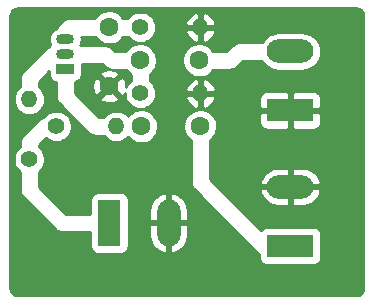
<source format=gbr>
G04 #@! TF.FileFunction,Copper,L1,Top,Signal*
%FSLAX46Y46*%
G04 Gerber Fmt 4.6, Leading zero omitted, Abs format (unit mm)*
G04 Created by KiCad (PCBNEW 4.0.6) date 06/15/17 23:10:10*
%MOMM*%
%LPD*%
G01*
G04 APERTURE LIST*
%ADD10C,0.100000*%
%ADD11C,1.600000*%
%ADD12R,1.980000X3.960000*%
%ADD13O,1.980000X3.960000*%
%ADD14R,3.960000X1.980000*%
%ADD15O,3.960000X1.980000*%
%ADD16O,1.500000X0.900000*%
%ADD17R,1.500000X0.900000*%
%ADD18C,1.400000*%
%ADD19O,1.400000X1.400000*%
%ADD20C,0.254000*%
G04 APERTURE END LIST*
D10*
D11*
X176000400Y-88138000D03*
X181000400Y-88138000D03*
X181102000Y-93726000D03*
X176102000Y-93726000D03*
X173380400Y-90344000D03*
X173380400Y-85344000D03*
D12*
X173409600Y-101904800D03*
D13*
X178409600Y-101904800D03*
D14*
X188722000Y-92376000D03*
D15*
X188722000Y-87376000D03*
D14*
X188722000Y-103856800D03*
D15*
X188722000Y-98856800D03*
D16*
X169672000Y-87630000D03*
X169672000Y-86360000D03*
D17*
X169672000Y-88900000D03*
D18*
X166624000Y-96520000D03*
D19*
X166624000Y-91440000D03*
D18*
X168910000Y-93726000D03*
D19*
X173990000Y-93726000D03*
D18*
X176022000Y-90932000D03*
D19*
X181102000Y-90932000D03*
D18*
X176022000Y-85344000D03*
D19*
X181102000Y-85344000D03*
D10*
X188722000Y-99568000D02*
X188722000Y-98478000D01*
D20*
X165635331Y-83743000D02*
X194276496Y-83743000D01*
X165172316Y-83946200D02*
X173049417Y-83946200D01*
X173707691Y-83946200D02*
X194745516Y-83946200D01*
X165057172Y-84149400D02*
X172585127Y-84149400D01*
X174175641Y-84149400D02*
X175414848Y-84149400D01*
X176625327Y-84149400D02*
X180509322Y-84149400D01*
X180933912Y-84149400D02*
X181270089Y-84149400D01*
X181694679Y-84149400D02*
X194860756Y-84149400D01*
X165023873Y-84352600D02*
X172341711Y-84352600D01*
X174418333Y-84352600D02*
X175126244Y-84352600D01*
X176918997Y-84352600D02*
X180217342Y-84352600D01*
X180975000Y-84352600D02*
X181229000Y-84352600D01*
X181986659Y-84352600D02*
X194894712Y-84352600D01*
X165023000Y-84555800D02*
X172180864Y-84555800D01*
X174579647Y-84555800D02*
X174943665Y-84555800D01*
X177101182Y-84555800D02*
X180032476Y-84555800D01*
X180975000Y-84555800D02*
X181229000Y-84555800D01*
X182171525Y-84555800D02*
X194895000Y-84555800D01*
X165023000Y-84759000D02*
X169418568Y-84759000D01*
X177224894Y-84759000D02*
X179908825Y-84759000D01*
X180975000Y-84759000D02*
X181229000Y-84759000D01*
X182295176Y-84759000D02*
X194895000Y-84759000D01*
X165023000Y-84962200D02*
X169209642Y-84962200D01*
X177307379Y-84962200D02*
X179823985Y-84962200D01*
X180975000Y-84962200D02*
X181229000Y-84962200D01*
X182380016Y-84962200D02*
X194895000Y-84962200D01*
X165023000Y-85165400D02*
X169025210Y-85165400D01*
X177347613Y-85165400D02*
X179901779Y-85165400D01*
X180975000Y-85165400D02*
X181229000Y-85165400D01*
X182302220Y-85165400D02*
X194895000Y-85165400D01*
X165023000Y-85368600D02*
X168928854Y-85368600D01*
X177354885Y-85368600D02*
X194895000Y-85368600D01*
X165023000Y-85571800D02*
X168623229Y-85571800D01*
X177339323Y-85571800D02*
X179872369Y-85571800D01*
X180975000Y-85571800D02*
X181229000Y-85571800D01*
X182331632Y-85571800D02*
X194895000Y-85571800D01*
X165023000Y-85775000D02*
X168454047Y-85775000D01*
X177291507Y-85775000D02*
X179838906Y-85775000D01*
X180975000Y-85775000D02*
X181229000Y-85775000D01*
X182365093Y-85775000D02*
X187474577Y-85775000D01*
X189959897Y-85775000D02*
X194895000Y-85775000D01*
X165023000Y-85978200D02*
X168353112Y-85978200D01*
X177201037Y-85978200D02*
X179931679Y-85978200D01*
X180975000Y-85978200D02*
X181229000Y-85978200D01*
X182272320Y-85978200D02*
X186903409Y-85978200D01*
X190539059Y-85978200D02*
X194895000Y-85978200D01*
X165023000Y-86181400D02*
X168298301Y-86181400D01*
X171046732Y-86181400D02*
X172212812Y-86181400D01*
X174545868Y-86181400D02*
X174974720Y-86181400D01*
X177065086Y-86181400D02*
X180068440Y-86181400D01*
X180975000Y-86181400D02*
X181229000Y-86181400D01*
X182135559Y-86181400D02*
X186625259Y-86181400D01*
X190816970Y-86181400D02*
X194895000Y-86181400D01*
X165023000Y-86384600D02*
X168283253Y-86384600D01*
X171061885Y-86384600D02*
X172390325Y-86384600D01*
X174368608Y-86384600D02*
X175179951Y-86384600D01*
X176865194Y-86384600D02*
X180270876Y-86384600D01*
X180975000Y-86384600D02*
X181229000Y-86384600D01*
X181933123Y-86384600D02*
X186440587Y-86384600D01*
X191002699Y-86384600D02*
X194895000Y-86384600D01*
X165023000Y-86587800D02*
X168306725Y-86587800D01*
X171038559Y-86587800D02*
X172655489Y-86587800D01*
X174098703Y-86587800D02*
X175534213Y-86587800D01*
X176507122Y-86587800D02*
X180634867Y-86587800D01*
X180851056Y-86587800D02*
X181352943Y-86587800D01*
X181569132Y-86587800D02*
X186307014Y-86587800D01*
X191137506Y-86587800D02*
X194895000Y-86587800D01*
X165023000Y-86791000D02*
X168372140Y-86791000D01*
X170973220Y-86791000D02*
X175503494Y-86791000D01*
X176499249Y-86791000D02*
X180503494Y-86791000D01*
X181499249Y-86791000D02*
X183884568Y-86791000D01*
X191238313Y-86791000D02*
X194895000Y-86791000D01*
X165023000Y-86994200D02*
X168165465Y-86994200D01*
X173533298Y-86994200D02*
X175127496Y-86994200D01*
X176870955Y-86994200D02*
X180127496Y-86994200D01*
X181870955Y-86994200D02*
X183675642Y-86994200D01*
X191298118Y-86994200D02*
X194895000Y-86994200D01*
X165023000Y-87197400D02*
X167944442Y-87197400D01*
X173753158Y-87197400D02*
X174909836Y-87197400D01*
X177088780Y-87197400D02*
X179909836Y-87197400D01*
X182088780Y-87197400D02*
X183472442Y-87197400D01*
X191332328Y-87197400D02*
X194895000Y-87197400D01*
X165023000Y-87400600D02*
X167741242Y-87400600D01*
X177233398Y-87400600D02*
X179766080Y-87400600D01*
X191348219Y-87400600D02*
X194895000Y-87400600D01*
X165023000Y-87603800D02*
X167538042Y-87603800D01*
X177332398Y-87603800D02*
X179668042Y-87603800D01*
X191326863Y-87603800D02*
X194895000Y-87603800D01*
X165023000Y-87807000D02*
X167334842Y-87807000D01*
X177397783Y-87807000D02*
X179603635Y-87807000D01*
X191284192Y-87807000D02*
X194895000Y-87807000D01*
X165023000Y-88010200D02*
X167131642Y-88010200D01*
X177435280Y-88010200D02*
X179566984Y-88010200D01*
X191220254Y-88010200D02*
X194895000Y-88010200D01*
X165023000Y-88213400D02*
X166928442Y-88213400D01*
X177432443Y-88213400D02*
X179564146Y-88213400D01*
X184676758Y-88213400D02*
X186332216Y-88213400D01*
X191110384Y-88213400D02*
X194895000Y-88213400D01*
X165023000Y-88416600D02*
X166725242Y-88416600D01*
X171057409Y-88416600D02*
X172752042Y-88416600D01*
X177408735Y-88416600D02*
X179592501Y-88416600D01*
X184473558Y-88416600D02*
X186480859Y-88416600D01*
X190962712Y-88416600D02*
X194895000Y-88416600D01*
X165023000Y-88619800D02*
X166522042Y-88619800D01*
X171060072Y-88619800D02*
X172955242Y-88619800D01*
X177356758Y-88619800D02*
X179647710Y-88619800D01*
X184270358Y-88619800D02*
X186685664Y-88619800D01*
X190758415Y-88619800D02*
X194895000Y-88619800D01*
X165023000Y-88823000D02*
X166318842Y-88823000D01*
X171060072Y-88823000D02*
X173207849Y-88823000D01*
X177266288Y-88823000D02*
X179734597Y-88823000D01*
X184018141Y-88823000D02*
X186994435Y-88823000D01*
X190448060Y-88823000D02*
X194895000Y-88823000D01*
X165023000Y-89026200D02*
X166115642Y-89026200D01*
X171060072Y-89026200D02*
X172803807Y-89026200D01*
X173950457Y-89026200D02*
X174865551Y-89026200D01*
X177130033Y-89026200D02*
X179865551Y-89026200D01*
X182130033Y-89026200D02*
X194895000Y-89026200D01*
X165023000Y-89229400D02*
X165951253Y-89229400D01*
X168132758Y-89229400D02*
X168283928Y-89229400D01*
X171060072Y-89229400D02*
X172603070Y-89229400D01*
X174157731Y-89229400D02*
X175059382Y-89229400D01*
X176935263Y-89229400D02*
X180059382Y-89229400D01*
X181935263Y-89229400D02*
X194895000Y-89229400D01*
X165023000Y-89432600D02*
X165866365Y-89432600D01*
X167929558Y-89432600D02*
X168290515Y-89432600D01*
X171048333Y-89432600D02*
X172648605Y-89432600D01*
X174112195Y-89432600D02*
X175237000Y-89432600D01*
X176807000Y-89432600D02*
X180379097Y-89432600D01*
X181631095Y-89432600D02*
X194895000Y-89432600D01*
X165023000Y-89635800D02*
X165839000Y-89635800D01*
X167726358Y-89635800D02*
X168353781Y-89635800D01*
X170986110Y-89635800D02*
X172127966Y-89635800D01*
X172492595Y-89635800D02*
X172851805Y-89635800D01*
X173908995Y-89635800D02*
X174268205Y-89635800D01*
X174634878Y-89635800D02*
X175237000Y-89635800D01*
X176807000Y-89635800D02*
X194895000Y-89635800D01*
X165023000Y-89839000D02*
X165839000Y-89839000D01*
X167523158Y-89839000D02*
X168521855Y-89839000D01*
X170828017Y-89839000D02*
X172031818Y-89839000D01*
X172695795Y-89839000D02*
X173055005Y-89839000D01*
X173705795Y-89839000D02*
X174065005Y-89839000D01*
X174723803Y-89839000D02*
X175237000Y-89839000D01*
X176807000Y-89839000D02*
X180342442Y-89839000D01*
X180975000Y-89839000D02*
X181229000Y-89839000D01*
X181861559Y-89839000D02*
X194895000Y-89839000D01*
X165023000Y-90042200D02*
X165839000Y-90042200D01*
X167409000Y-90042200D02*
X168887000Y-90042200D01*
X170457000Y-90042200D02*
X171976656Y-90042200D01*
X172898995Y-90042200D02*
X173258205Y-90042200D01*
X173502595Y-90042200D02*
X173861805Y-90042200D01*
X174786348Y-90042200D02*
X175022493Y-90042200D01*
X177019890Y-90042200D02*
X180106791Y-90042200D01*
X180975000Y-90042200D02*
X181229000Y-90042200D01*
X182097210Y-90042200D02*
X194895000Y-90042200D01*
X165023000Y-90245400D02*
X165839000Y-90245400D01*
X167409000Y-90245400D02*
X168887000Y-90245400D01*
X170457000Y-90245400D02*
X171948520Y-90245400D01*
X173102195Y-90245400D02*
X173658605Y-90245400D01*
X174816456Y-90245400D02*
X174874098Y-90245400D01*
X177168685Y-90245400D02*
X179958208Y-90245400D01*
X180975000Y-90245400D02*
X181229000Y-90245400D01*
X182245793Y-90245400D02*
X194895000Y-90245400D01*
X165023000Y-90448600D02*
X165728655Y-90448600D01*
X167517784Y-90448600D02*
X168887000Y-90448600D01*
X170457000Y-90448600D02*
X171945233Y-90448600D01*
X173096195Y-90448600D02*
X173664605Y-90448600D01*
X177266771Y-90448600D02*
X179861629Y-90448600D01*
X180975000Y-90448600D02*
X181229000Y-90448600D01*
X182342372Y-90448600D02*
X194895000Y-90448600D01*
X165023000Y-90651800D02*
X165545557Y-90651800D01*
X167700911Y-90651800D02*
X168887000Y-90651800D01*
X170457000Y-90651800D02*
X171975341Y-90651800D01*
X172892995Y-90651800D02*
X173252205Y-90651800D01*
X173508595Y-90651800D02*
X173867805Y-90651800D01*
X177327496Y-90651800D02*
X179841044Y-90651800D01*
X180975000Y-90651800D02*
X181229000Y-90651800D01*
X182362955Y-90651800D02*
X194895000Y-90651800D01*
X165023000Y-90855000D02*
X165425887Y-90855000D01*
X167821150Y-90855000D02*
X168887000Y-90855000D01*
X170457000Y-90855000D02*
X172039142Y-90855000D01*
X172689795Y-90855000D02*
X173049005Y-90855000D01*
X173711795Y-90855000D02*
X174071005Y-90855000D01*
X177356304Y-90855000D02*
X186393728Y-90855000D01*
X188540250Y-90855000D02*
X188903750Y-90855000D01*
X191050273Y-90855000D02*
X194895000Y-90855000D01*
X165023000Y-91058200D02*
X165349191Y-91058200D01*
X167898542Y-91058200D02*
X168887000Y-91058200D01*
X170603558Y-91058200D02*
X172129129Y-91058200D01*
X172486595Y-91058200D02*
X172845805Y-91058200D01*
X173914995Y-91058200D02*
X174274205Y-91058200D01*
X174629995Y-91058200D02*
X174687806Y-91058200D01*
X177353466Y-91058200D02*
X186197321Y-91058200D01*
X188595000Y-91058200D02*
X188849000Y-91058200D01*
X191246680Y-91058200D02*
X194895000Y-91058200D01*
X165023000Y-91261400D02*
X165306349Y-91261400D01*
X167942122Y-91261400D02*
X168889412Y-91261400D01*
X170806758Y-91261400D02*
X172642605Y-91261400D01*
X174118195Y-91261400D02*
X174725100Y-91261400D01*
X177316240Y-91261400D02*
X179811633Y-91261400D01*
X180975000Y-91261400D02*
X181229000Y-91261400D01*
X182392368Y-91261400D02*
X186119345Y-91261400D01*
X188595000Y-91261400D02*
X188849000Y-91261400D01*
X191324656Y-91261400D02*
X194895000Y-91261400D01*
X165023000Y-91464600D02*
X165290778Y-91464600D01*
X167958873Y-91464600D02*
X168924624Y-91464600D01*
X171009958Y-91464600D02*
X172604829Y-91464600D01*
X174155970Y-91464600D02*
X174796981Y-91464600D01*
X177246272Y-91464600D02*
X179884483Y-91464600D01*
X180975000Y-91464600D02*
X181229000Y-91464600D01*
X182319516Y-91464600D02*
X186107000Y-91464600D01*
X188595000Y-91464600D02*
X188849000Y-91464600D01*
X191337000Y-91464600D02*
X194895000Y-91464600D01*
X165023000Y-91667800D02*
X165310702Y-91667800D01*
X167936133Y-91667800D02*
X169016343Y-91667800D01*
X171213158Y-91667800D02*
X172823024Y-91667800D01*
X173940215Y-91667800D02*
X174907908Y-91667800D01*
X177136757Y-91667800D02*
X179994172Y-91667800D01*
X180975000Y-91667800D02*
X181229000Y-91667800D01*
X182209827Y-91667800D02*
X186107000Y-91667800D01*
X188595000Y-91667800D02*
X188849000Y-91667800D01*
X191337000Y-91667800D02*
X194895000Y-91667800D01*
X165023000Y-91871000D02*
X165364313Y-91871000D01*
X167883202Y-91871000D02*
X169196042Y-91871000D01*
X171416358Y-91871000D02*
X175072834Y-91871000D01*
X176971885Y-91871000D02*
X180160325Y-91871000D01*
X180975000Y-91871000D02*
X181229000Y-91871000D01*
X182043674Y-91871000D02*
X186107000Y-91871000D01*
X188595000Y-91871000D02*
X188849000Y-91871000D01*
X191337000Y-91871000D02*
X194895000Y-91871000D01*
X165023000Y-92074200D02*
X165453010Y-92074200D01*
X167795065Y-92074200D02*
X169399242Y-92074200D01*
X171619558Y-92074200D02*
X175326134Y-92074200D01*
X176713763Y-92074200D02*
X180423253Y-92074200D01*
X180975000Y-92074200D02*
X181229000Y-92074200D01*
X181780746Y-92074200D02*
X186107000Y-92074200D01*
X188595000Y-92074200D02*
X188849000Y-92074200D01*
X191337000Y-92074200D02*
X194895000Y-92074200D01*
X165023000Y-92277400D02*
X165587216Y-92277400D01*
X167661159Y-92277400D02*
X169602442Y-92277400D01*
X171822758Y-92277400D02*
X194895000Y-92277400D01*
X165023000Y-92480600D02*
X165789689Y-92480600D01*
X167458152Y-92480600D02*
X168428584Y-92480600D01*
X169392480Y-92480600D02*
X169805642Y-92480600D01*
X172025958Y-92480600D02*
X173511680Y-92480600D01*
X174464512Y-92480600D02*
X175384358Y-92480600D01*
X176821927Y-92480600D02*
X180384358Y-92480600D01*
X181821927Y-92480600D02*
X194895000Y-92480600D01*
X165023000Y-92683800D02*
X166128162Y-92683800D01*
X167124958Y-92683800D02*
X168066119Y-92683800D01*
X169752346Y-92683800D02*
X170008842Y-92683800D01*
X172229158Y-92683800D02*
X173159242Y-92683800D01*
X174821394Y-92683800D02*
X175115186Y-92683800D01*
X177089487Y-92683800D02*
X180115186Y-92683800D01*
X182089487Y-92683800D02*
X186107000Y-92683800D01*
X188595000Y-92683800D02*
X188849000Y-92683800D01*
X191337000Y-92683800D02*
X194895000Y-92683800D01*
X165023000Y-92887000D02*
X167866448Y-92887000D01*
X169955430Y-92887000D02*
X170212042Y-92887000D01*
X172432358Y-92887000D02*
X172953280Y-92887000D01*
X177267496Y-92887000D02*
X179937247Y-92887000D01*
X182267496Y-92887000D02*
X186107000Y-92887000D01*
X188595000Y-92887000D02*
X188849000Y-92887000D01*
X191337000Y-92887000D02*
X194895000Y-92887000D01*
X165023000Y-93090200D02*
X167463516Y-93090200D01*
X170090437Y-93090200D02*
X170415242Y-93090200D01*
X177392122Y-93090200D02*
X179813188Y-93090200D01*
X182392122Y-93090200D02*
X186107000Y-93090200D01*
X188595000Y-93090200D02*
X188849000Y-93090200D01*
X191337000Y-93090200D02*
X194895000Y-93090200D01*
X165023000Y-93293400D02*
X167242493Y-93293400D01*
X170175709Y-93293400D02*
X170618442Y-93293400D01*
X177475875Y-93293400D02*
X179726831Y-93293400D01*
X182475875Y-93293400D02*
X186107000Y-93293400D01*
X188595000Y-93293400D02*
X188849000Y-93293400D01*
X191337000Y-93293400D02*
X194895000Y-93293400D01*
X165023000Y-93496600D02*
X167039293Y-93496600D01*
X170225555Y-93496600D02*
X170821642Y-93496600D01*
X177519500Y-93496600D02*
X179683639Y-93496600D01*
X182519500Y-93496600D02*
X186120537Y-93496600D01*
X188595000Y-93496600D02*
X188849000Y-93496600D01*
X191323462Y-93496600D02*
X194895000Y-93496600D01*
X165023000Y-93699800D02*
X166836093Y-93699800D01*
X170243594Y-93699800D02*
X171024842Y-93699800D01*
X177535461Y-93699800D02*
X179667165Y-93699800D01*
X182535462Y-93699800D02*
X186201329Y-93699800D01*
X188595000Y-93699800D02*
X188849000Y-93699800D01*
X191242670Y-93699800D02*
X194895000Y-93699800D01*
X165023000Y-93903000D02*
X166632893Y-93903000D01*
X170238865Y-93903000D02*
X171228042Y-93903000D01*
X177532624Y-93903000D02*
X179675454Y-93903000D01*
X182532624Y-93903000D02*
X186402707Y-93903000D01*
X188534250Y-93903000D02*
X188909750Y-93903000D01*
X191041292Y-93903000D02*
X194895000Y-93903000D01*
X165023000Y-94106200D02*
X166429693Y-94106200D01*
X170192699Y-94106200D02*
X171431242Y-94106200D01*
X177487252Y-94106200D02*
X179712748Y-94106200D01*
X182487252Y-94106200D02*
X194895000Y-94106200D01*
X165023000Y-94309400D02*
X166226493Y-94309400D01*
X170111655Y-94309400D02*
X171640599Y-94309400D01*
X177413123Y-94309400D02*
X179789536Y-94309400D01*
X182413123Y-94309400D02*
X194895000Y-94309400D01*
X165023000Y-94512600D02*
X166031442Y-94512600D01*
X169988921Y-94512600D02*
X172911166Y-94512600D01*
X177303304Y-94512600D02*
X179901674Y-94512600D01*
X182303304Y-94512600D02*
X194895000Y-94512600D01*
X165023000Y-94715800D02*
X165901530Y-94715800D01*
X169806540Y-94715800D02*
X173096159Y-94715800D01*
X174885007Y-94715800D02*
X175062868Y-94715800D01*
X177143553Y-94715800D02*
X180062868Y-94715800D01*
X182143553Y-94715800D02*
X194895000Y-94715800D01*
X165023000Y-94919000D02*
X165849195Y-94919000D01*
X167837209Y-94919000D02*
X168305937Y-94919000D01*
X169521715Y-94919000D02*
X173395699Y-94919000D01*
X174582803Y-94919000D02*
X175303998Y-94919000D01*
X176900351Y-94919000D02*
X180303998Y-94919000D01*
X181900351Y-94919000D02*
X194895000Y-94919000D01*
X165023000Y-95122200D02*
X165839000Y-95122200D01*
X167634009Y-95122200D02*
X175769351Y-95122200D01*
X176447946Y-95122200D02*
X180317000Y-95122200D01*
X181887000Y-95122200D02*
X194895000Y-95122200D01*
X165023000Y-95325400D02*
X165839000Y-95325400D01*
X167430809Y-95325400D02*
X180317000Y-95325400D01*
X181887000Y-95325400D02*
X194895000Y-95325400D01*
X165023000Y-95528600D02*
X165728244Y-95528600D01*
X167520997Y-95528600D02*
X180317000Y-95528600D01*
X181887000Y-95528600D02*
X194895000Y-95528600D01*
X165023000Y-95731800D02*
X165545665Y-95731800D01*
X167703182Y-95731800D02*
X180317000Y-95731800D01*
X181887000Y-95731800D02*
X194895000Y-95731800D01*
X165023000Y-95935000D02*
X165422218Y-95935000D01*
X167826894Y-95935000D02*
X180317000Y-95935000D01*
X181887000Y-95935000D02*
X194895000Y-95935000D01*
X165023000Y-96138200D02*
X165340272Y-96138200D01*
X167909378Y-96138200D02*
X180317000Y-96138200D01*
X181887000Y-96138200D02*
X194895000Y-96138200D01*
X165023000Y-96341400D02*
X165297080Y-96341400D01*
X167949613Y-96341400D02*
X180317000Y-96341400D01*
X181887000Y-96341400D02*
X194895000Y-96341400D01*
X165023000Y-96544600D02*
X165288470Y-96544600D01*
X167956885Y-96544600D02*
X180317000Y-96544600D01*
X181887000Y-96544600D02*
X194895000Y-96544600D01*
X165023000Y-96747800D02*
X165308453Y-96747800D01*
X167941324Y-96747800D02*
X180317000Y-96747800D01*
X181887000Y-96747800D02*
X194895000Y-96747800D01*
X165023000Y-96951000D02*
X165358755Y-96951000D01*
X167893507Y-96951000D02*
X180317000Y-96951000D01*
X181887000Y-96951000D02*
X194895000Y-96951000D01*
X165023000Y-97154200D02*
X165444431Y-97154200D01*
X167803037Y-97154200D02*
X180317000Y-97154200D01*
X181887000Y-97154200D02*
X194895000Y-97154200D01*
X165023000Y-97357400D02*
X165576720Y-97357400D01*
X167667086Y-97357400D02*
X180317000Y-97357400D01*
X181887000Y-97357400D02*
X187112306Y-97357400D01*
X188595000Y-97357400D02*
X188849000Y-97357400D01*
X190331695Y-97357400D02*
X194895000Y-97357400D01*
X165023000Y-97560600D02*
X165781951Y-97560600D01*
X167467194Y-97560600D02*
X180317000Y-97560600D01*
X181887000Y-97560600D02*
X186748030Y-97560600D01*
X188595000Y-97560600D02*
X188849000Y-97560600D01*
X190695971Y-97560600D02*
X194895000Y-97560600D01*
X165023000Y-97763800D02*
X165839000Y-97763800D01*
X167409000Y-97763800D02*
X180317000Y-97763800D01*
X181887000Y-97763800D02*
X186528293Y-97763800D01*
X188595000Y-97763800D02*
X188849000Y-97763800D01*
X190915708Y-97763800D02*
X194895000Y-97763800D01*
X165023000Y-97967000D02*
X165839000Y-97967000D01*
X167409000Y-97967000D02*
X180317000Y-97967000D01*
X181887000Y-97967000D02*
X186374914Y-97967000D01*
X188595000Y-97967000D02*
X188849000Y-97967000D01*
X191069087Y-97967000D02*
X194895000Y-97967000D01*
X165023000Y-98170200D02*
X165839000Y-98170200D01*
X167409000Y-98170200D02*
X180317000Y-98170200D01*
X181887000Y-98170200D02*
X186261853Y-98170200D01*
X188595000Y-98170200D02*
X188849000Y-98170200D01*
X191182148Y-98170200D02*
X194895000Y-98170200D01*
X165023000Y-98373400D02*
X165839000Y-98373400D01*
X167409000Y-98373400D02*
X180317000Y-98373400D01*
X182068758Y-98373400D02*
X186176999Y-98373400D01*
X188595000Y-98373400D02*
X188849000Y-98373400D01*
X191267002Y-98373400D02*
X194895000Y-98373400D01*
X165023000Y-98576600D02*
X165839000Y-98576600D01*
X167409000Y-98576600D02*
X180322863Y-98576600D01*
X182271958Y-98576600D02*
X186198586Y-98576600D01*
X188595000Y-98576600D02*
X188849000Y-98576600D01*
X191245413Y-98576600D02*
X194895000Y-98576600D01*
X165023000Y-98779800D02*
X165839000Y-98779800D01*
X167409000Y-98779800D02*
X180364851Y-98779800D01*
X182475158Y-98779800D02*
X194895000Y-98779800D01*
X165023000Y-98983000D02*
X165839000Y-98983000D01*
X167555558Y-98983000D02*
X180474082Y-98983000D01*
X182678358Y-98983000D02*
X194895000Y-98983000D01*
X165023000Y-99186200D02*
X165841412Y-99186200D01*
X167758758Y-99186200D02*
X180661242Y-99186200D01*
X182881558Y-99186200D02*
X186175247Y-99186200D01*
X188595000Y-99186200D02*
X188849000Y-99186200D01*
X191268754Y-99186200D02*
X194895000Y-99186200D01*
X165023000Y-99389400D02*
X165876624Y-99389400D01*
X167961958Y-99389400D02*
X172083997Y-99389400D01*
X174745304Y-99389400D02*
X177849132Y-99389400D01*
X178146294Y-99389400D02*
X178672907Y-99389400D01*
X178970069Y-99389400D02*
X180864442Y-99389400D01*
X183084758Y-99389400D02*
X186194392Y-99389400D01*
X188595000Y-99389400D02*
X188849000Y-99389400D01*
X191249607Y-99389400D02*
X194895000Y-99389400D01*
X165023000Y-99592600D02*
X165968343Y-99592600D01*
X168165158Y-99592600D02*
X171876406Y-99592600D01*
X174937243Y-99592600D02*
X177469804Y-99592600D01*
X178282600Y-99592600D02*
X178536600Y-99592600D01*
X179349397Y-99592600D02*
X181067642Y-99592600D01*
X183287958Y-99592600D02*
X186283405Y-99592600D01*
X188595000Y-99592600D02*
X188849000Y-99592600D01*
X191160594Y-99592600D02*
X194895000Y-99592600D01*
X165023000Y-99795800D02*
X166148042Y-99795800D01*
X168368358Y-99795800D02*
X171799861Y-99795800D01*
X175020975Y-99795800D02*
X177235245Y-99795800D01*
X178282600Y-99795800D02*
X178536600Y-99795800D01*
X179583956Y-99795800D02*
X181270842Y-99795800D01*
X183491158Y-99795800D02*
X186409244Y-99795800D01*
X188595000Y-99795800D02*
X188849000Y-99795800D01*
X191034755Y-99795800D02*
X194895000Y-99795800D01*
X165023000Y-99999000D02*
X166351242Y-99999000D01*
X168571558Y-99999000D02*
X171781528Y-99999000D01*
X175037672Y-99999000D02*
X177069814Y-99999000D01*
X178282600Y-99999000D02*
X178536600Y-99999000D01*
X179749387Y-99999000D02*
X181474042Y-99999000D01*
X183694358Y-99999000D02*
X186579519Y-99999000D01*
X188595000Y-99999000D02*
X188849000Y-99999000D01*
X190864480Y-99999000D02*
X194895000Y-99999000D01*
X165023000Y-100202200D02*
X166554442Y-100202200D01*
X168774758Y-100202200D02*
X171781528Y-100202200D01*
X175037672Y-100202200D02*
X176946505Y-100202200D01*
X178282600Y-100202200D02*
X178536600Y-100202200D01*
X179872696Y-100202200D02*
X181677242Y-100202200D01*
X183897558Y-100202200D02*
X186824979Y-100202200D01*
X188595000Y-100202200D02*
X188849000Y-100202200D01*
X190619020Y-100202200D02*
X194895000Y-100202200D01*
X165023000Y-100405400D02*
X166757642Y-100405400D01*
X168977958Y-100405400D02*
X171781528Y-100405400D01*
X175037672Y-100405400D02*
X176867101Y-100405400D01*
X178282600Y-100405400D02*
X178536600Y-100405400D01*
X179952100Y-100405400D02*
X181880442Y-100405400D01*
X184100758Y-100405400D02*
X187238212Y-100405400D01*
X188595000Y-100405400D02*
X188849000Y-100405400D01*
X190205787Y-100405400D02*
X194895000Y-100405400D01*
X165023000Y-100608600D02*
X166960842Y-100608600D01*
X169181158Y-100608600D02*
X171781528Y-100608600D01*
X175037672Y-100608600D02*
X176816501Y-100608600D01*
X178282600Y-100608600D02*
X178536600Y-100608600D01*
X180002700Y-100608600D02*
X182083642Y-100608600D01*
X184303958Y-100608600D02*
X194895000Y-100608600D01*
X165023000Y-100811800D02*
X167164042Y-100811800D01*
X169384358Y-100811800D02*
X171781528Y-100811800D01*
X175037672Y-100811800D02*
X176784600Y-100811800D01*
X178282600Y-100811800D02*
X178536600Y-100811800D01*
X180034600Y-100811800D02*
X182286842Y-100811800D01*
X184507158Y-100811800D02*
X194895000Y-100811800D01*
X165023000Y-101015000D02*
X167367242Y-101015000D01*
X169587558Y-101015000D02*
X171781528Y-101015000D01*
X175037672Y-101015000D02*
X176784600Y-101015000D01*
X178282600Y-101015000D02*
X178536600Y-101015000D01*
X180034600Y-101015000D02*
X182490042Y-101015000D01*
X184710358Y-101015000D02*
X194895000Y-101015000D01*
X165023000Y-101218200D02*
X167570442Y-101218200D01*
X175037672Y-101218200D02*
X176784600Y-101218200D01*
X178282600Y-101218200D02*
X178536600Y-101218200D01*
X180034600Y-101218200D02*
X182693242Y-101218200D01*
X184913558Y-101218200D02*
X194895000Y-101218200D01*
X165023000Y-101421400D02*
X167773642Y-101421400D01*
X175037672Y-101421400D02*
X176784600Y-101421400D01*
X178282600Y-101421400D02*
X178536600Y-101421400D01*
X180034600Y-101421400D02*
X182896442Y-101421400D01*
X185116758Y-101421400D02*
X194895000Y-101421400D01*
X165023000Y-101624600D02*
X167976842Y-101624600D01*
X175037672Y-101624600D02*
X176784600Y-101624600D01*
X178282600Y-101624600D02*
X178536600Y-101624600D01*
X180034600Y-101624600D02*
X183099642Y-101624600D01*
X185319958Y-101624600D02*
X194895000Y-101624600D01*
X165023000Y-101827800D02*
X168180042Y-101827800D01*
X175037672Y-101827800D02*
X183302842Y-101827800D01*
X185523158Y-101827800D02*
X194895000Y-101827800D01*
X165023000Y-102031000D02*
X168383242Y-102031000D01*
X175037672Y-102031000D02*
X183506042Y-102031000D01*
X185726358Y-102031000D02*
X194895000Y-102031000D01*
X165023000Y-102234200D02*
X168586442Y-102234200D01*
X175037672Y-102234200D02*
X176784600Y-102234200D01*
X178282600Y-102234200D02*
X178536600Y-102234200D01*
X180034600Y-102234200D02*
X183709242Y-102234200D01*
X185929558Y-102234200D02*
X186673383Y-102234200D01*
X190740506Y-102234200D02*
X194895000Y-102234200D01*
X165023000Y-102437400D02*
X168789642Y-102437400D01*
X175037672Y-102437400D02*
X176784600Y-102437400D01*
X178282600Y-102437400D02*
X178536600Y-102437400D01*
X180034600Y-102437400D02*
X183912442Y-102437400D01*
X186132758Y-102437400D02*
X186277934Y-102437400D01*
X191172074Y-102437400D02*
X194895000Y-102437400D01*
X165023000Y-102640600D02*
X169101768Y-102640600D01*
X175037672Y-102640600D02*
X176784600Y-102640600D01*
X178282600Y-102640600D02*
X178536600Y-102640600D01*
X180034600Y-102640600D02*
X184115642Y-102640600D01*
X191293274Y-102640600D02*
X194895000Y-102640600D01*
X165023000Y-102843800D02*
X171781528Y-102843800D01*
X175037672Y-102843800D02*
X176784600Y-102843800D01*
X178282600Y-102843800D02*
X178536600Y-102843800D01*
X180034600Y-102843800D02*
X184318842Y-102843800D01*
X191338238Y-102843800D02*
X194895000Y-102843800D01*
X165023000Y-103047000D02*
X171781528Y-103047000D01*
X175037672Y-103047000D02*
X176789085Y-103047000D01*
X178282600Y-103047000D02*
X178536600Y-103047000D01*
X180030114Y-103047000D02*
X184522042Y-103047000D01*
X191340072Y-103047000D02*
X194895000Y-103047000D01*
X165023000Y-103250200D02*
X171781528Y-103250200D01*
X175037672Y-103250200D02*
X176825258Y-103250200D01*
X178282600Y-103250200D02*
X178536600Y-103250200D01*
X179993941Y-103250200D02*
X184725242Y-103250200D01*
X191340072Y-103250200D02*
X194895000Y-103250200D01*
X165023000Y-103453400D02*
X171781528Y-103453400D01*
X175037672Y-103453400D02*
X176886326Y-103453400D01*
X178282600Y-103453400D02*
X178536600Y-103453400D01*
X179932873Y-103453400D02*
X184928442Y-103453400D01*
X191340072Y-103453400D02*
X194895000Y-103453400D01*
X165023000Y-103656600D02*
X171781528Y-103656600D01*
X175037672Y-103656600D02*
X176971349Y-103656600D01*
X178282600Y-103656600D02*
X178536600Y-103656600D01*
X179847850Y-103656600D02*
X185131642Y-103656600D01*
X191340072Y-103656600D02*
X194895000Y-103656600D01*
X165023000Y-103859800D02*
X171781528Y-103859800D01*
X175037672Y-103859800D02*
X177101270Y-103859800D01*
X178282600Y-103859800D02*
X178536600Y-103859800D01*
X179717929Y-103859800D02*
X185334842Y-103859800D01*
X191340072Y-103859800D02*
X194895000Y-103859800D01*
X165023000Y-104063000D02*
X171813461Y-104063000D01*
X175012213Y-104063000D02*
X177282497Y-104063000D01*
X178282600Y-104063000D02*
X178536600Y-104063000D01*
X179536702Y-104063000D02*
X185538042Y-104063000D01*
X191340072Y-104063000D02*
X194895000Y-104063000D01*
X165023000Y-104266200D02*
X171914378Y-104266200D01*
X174904575Y-104266200D02*
X177540313Y-104266200D01*
X178282600Y-104266200D02*
X178536600Y-104266200D01*
X179278886Y-104266200D02*
X185741242Y-104266200D01*
X191340072Y-104266200D02*
X194895000Y-104266200D01*
X165023000Y-104469400D02*
X172179255Y-104469400D01*
X174647350Y-104469400D02*
X178007445Y-104469400D01*
X178042577Y-104469400D02*
X178776622Y-104469400D01*
X178811754Y-104469400D02*
X185956653Y-104469400D01*
X191340072Y-104469400D02*
X194895000Y-104469400D01*
X165023000Y-104672600D02*
X186103928Y-104672600D01*
X191340072Y-104672600D02*
X194895000Y-104672600D01*
X165023000Y-104875800D02*
X186106240Y-104875800D01*
X191335950Y-104875800D02*
X194895000Y-104875800D01*
X165023000Y-105079000D02*
X186152584Y-105079000D01*
X191290271Y-105079000D02*
X194895000Y-105079000D01*
X165023000Y-105282200D02*
X186278966Y-105282200D01*
X191160951Y-105282200D02*
X194895000Y-105282200D01*
X165023000Y-105485400D02*
X194895000Y-105485400D01*
X165023000Y-105688600D02*
X194895000Y-105688600D01*
X165023000Y-105891800D02*
X194895000Y-105891800D01*
X165023000Y-106095000D02*
X194895000Y-106095000D01*
X165023000Y-106298200D02*
X194895000Y-106298200D01*
X165023000Y-106501400D02*
X194895000Y-106501400D01*
X165023000Y-106704600D02*
X194895000Y-106704600D01*
X165023000Y-106907800D02*
X194895000Y-106907800D01*
X165023000Y-107111000D02*
X194895000Y-107111000D01*
X165023000Y-107314200D02*
X194895000Y-107314200D01*
X165033798Y-107517400D02*
X194884322Y-107517400D01*
X165100492Y-107720600D02*
X194817554Y-107720600D01*
X165282746Y-107923800D02*
X194635852Y-107923800D01*
X194422992Y-83757364D02*
X194531670Y-83790176D01*
X194631918Y-83843479D01*
X194719897Y-83915232D01*
X194792263Y-84002707D01*
X194846263Y-84102579D01*
X194879833Y-84211027D01*
X194895000Y-84355331D01*
X194895000Y-107408496D01*
X194880636Y-107554992D01*
X194847823Y-107663672D01*
X194794522Y-107763917D01*
X194722769Y-107851895D01*
X194635292Y-107924263D01*
X194535420Y-107978263D01*
X194426973Y-108011833D01*
X194282669Y-108027000D01*
X165641504Y-108027000D01*
X165495008Y-108012636D01*
X165386328Y-107979823D01*
X165286083Y-107926522D01*
X165198105Y-107854769D01*
X165125737Y-107767292D01*
X165071737Y-107667420D01*
X165038167Y-107558973D01*
X165023000Y-107414669D01*
X165023000Y-96632250D01*
X165287246Y-96632250D01*
X165334507Y-96889756D01*
X165430884Y-97133178D01*
X165572707Y-97353244D01*
X165754574Y-97541572D01*
X165839000Y-97600250D01*
X165839000Y-99161600D01*
X165846078Y-99233783D01*
X165852396Y-99306002D01*
X165853547Y-99309964D01*
X165853950Y-99314074D01*
X165874921Y-99383535D01*
X165895139Y-99453124D01*
X165897037Y-99456786D01*
X165898231Y-99460740D01*
X165932260Y-99524738D01*
X165965643Y-99589142D01*
X165968222Y-99592372D01*
X165970157Y-99596012D01*
X166015990Y-99652209D01*
X166061226Y-99708874D01*
X166066890Y-99714618D01*
X166066987Y-99714738D01*
X166067097Y-99714829D01*
X166068921Y-99716679D01*
X168812121Y-102459879D01*
X168868166Y-102505915D01*
X168923701Y-102552514D01*
X168927317Y-102554502D01*
X168930508Y-102557123D01*
X168994445Y-102591406D01*
X169057956Y-102626321D01*
X169061888Y-102627568D01*
X169065528Y-102629520D01*
X169134883Y-102650724D01*
X169203989Y-102672646D01*
X169208092Y-102673106D01*
X169212039Y-102674313D01*
X169284238Y-102681647D01*
X169356240Y-102689723D01*
X169364299Y-102689780D01*
X169364460Y-102689796D01*
X169364610Y-102689782D01*
X169367200Y-102689800D01*
X171781528Y-102689800D01*
X171781528Y-103884800D01*
X171789592Y-103985921D01*
X171842706Y-104157434D01*
X171941500Y-104307359D01*
X172078150Y-104423825D01*
X172241837Y-104497610D01*
X172419600Y-104522872D01*
X174399600Y-104522872D01*
X174500721Y-104514808D01*
X174672234Y-104461694D01*
X174822159Y-104362900D01*
X174938625Y-104226250D01*
X175012410Y-104062563D01*
X175037672Y-103884800D01*
X175037672Y-102031800D01*
X176784600Y-102031800D01*
X176784600Y-103021800D01*
X176840600Y-103336382D01*
X176956896Y-103633994D01*
X177129019Y-103903199D01*
X177350354Y-104133652D01*
X177612395Y-104316496D01*
X177905072Y-104444705D01*
X178030735Y-104475018D01*
X178282600Y-104355540D01*
X178282600Y-102031800D01*
X178536600Y-102031800D01*
X178536600Y-104355540D01*
X178788465Y-104475018D01*
X178914128Y-104444705D01*
X179206805Y-104316496D01*
X179468846Y-104133652D01*
X179690181Y-103903199D01*
X179862304Y-103633994D01*
X179978600Y-103336382D01*
X180034600Y-103021800D01*
X180034600Y-102031800D01*
X178536600Y-102031800D01*
X178282600Y-102031800D01*
X176784600Y-102031800D01*
X175037672Y-102031800D01*
X175037672Y-100787800D01*
X176784600Y-100787800D01*
X176784600Y-101777800D01*
X178282600Y-101777800D01*
X178282600Y-99454060D01*
X178536600Y-99454060D01*
X178536600Y-101777800D01*
X180034600Y-101777800D01*
X180034600Y-100787800D01*
X179978600Y-100473218D01*
X179862304Y-100175606D01*
X179690181Y-99906401D01*
X179468846Y-99675948D01*
X179206805Y-99493104D01*
X178914128Y-99364895D01*
X178788465Y-99334582D01*
X178536600Y-99454060D01*
X178282600Y-99454060D01*
X178030735Y-99334582D01*
X177905072Y-99364895D01*
X177612395Y-99493104D01*
X177350354Y-99675948D01*
X177129019Y-99906401D01*
X176956896Y-100175606D01*
X176840600Y-100473218D01*
X176784600Y-100787800D01*
X175037672Y-100787800D01*
X175037672Y-99924800D01*
X175029608Y-99823679D01*
X174976494Y-99652166D01*
X174877700Y-99502241D01*
X174741050Y-99385775D01*
X174577363Y-99311990D01*
X174399600Y-99286728D01*
X172419600Y-99286728D01*
X172318479Y-99294792D01*
X172146966Y-99347906D01*
X171997041Y-99446700D01*
X171880575Y-99583350D01*
X171806790Y-99747037D01*
X171781528Y-99924800D01*
X171781528Y-101119800D01*
X169692358Y-101119800D01*
X167409000Y-98836442D01*
X167409000Y-97603030D01*
X167449885Y-97577084D01*
X167639478Y-97396537D01*
X167790392Y-97182603D01*
X167896878Y-96943430D01*
X167954881Y-96688129D01*
X167959057Y-96389097D01*
X167908205Y-96132276D01*
X167808438Y-95890223D01*
X167663556Y-95672159D01*
X167479078Y-95486388D01*
X167409000Y-95439120D01*
X167409000Y-95347209D01*
X168024884Y-94731325D01*
X168040574Y-94747572D01*
X168255556Y-94896989D01*
X168495466Y-95001803D01*
X168751166Y-95058023D01*
X169012915Y-95063505D01*
X169270745Y-95018043D01*
X169514834Y-94923367D01*
X169735885Y-94783084D01*
X169925478Y-94602537D01*
X170076392Y-94388603D01*
X170182878Y-94149430D01*
X170240881Y-93894129D01*
X170245057Y-93595097D01*
X170194205Y-93338276D01*
X170094438Y-93096223D01*
X169949556Y-92878159D01*
X169765078Y-92692388D01*
X169548030Y-92545988D01*
X169306680Y-92444533D01*
X169050221Y-92391890D01*
X168788420Y-92390062D01*
X168531251Y-92439120D01*
X168288507Y-92537194D01*
X168069437Y-92680550D01*
X167882383Y-92863727D01*
X167823146Y-92950240D01*
X167775649Y-92954396D01*
X167771687Y-92955547D01*
X167767577Y-92955950D01*
X167698116Y-92976921D01*
X167628527Y-92997139D01*
X167624865Y-92999037D01*
X167620911Y-93000231D01*
X167556892Y-93034271D01*
X167492510Y-93067643D01*
X167489282Y-93070220D01*
X167485639Y-93072157D01*
X167429420Y-93118007D01*
X167372777Y-93163226D01*
X167367033Y-93168890D01*
X167366913Y-93168987D01*
X167366822Y-93169097D01*
X167364972Y-93170921D01*
X166068921Y-94466972D01*
X166022885Y-94523017D01*
X165976286Y-94578552D01*
X165974298Y-94582168D01*
X165971677Y-94585359D01*
X165937394Y-94649296D01*
X165902479Y-94712807D01*
X165901232Y-94716739D01*
X165899280Y-94720379D01*
X165878089Y-94789692D01*
X165856154Y-94858840D01*
X165855693Y-94862948D01*
X165854488Y-94866890D01*
X165847164Y-94938995D01*
X165839077Y-95011091D01*
X165839020Y-95019160D01*
X165839005Y-95019311D01*
X165839018Y-95019451D01*
X165839000Y-95022051D01*
X165839000Y-95438190D01*
X165783437Y-95474550D01*
X165596383Y-95657727D01*
X165448471Y-95873747D01*
X165345334Y-96114383D01*
X165290901Y-96370469D01*
X165287246Y-96632250D01*
X165023000Y-96632250D01*
X165023000Y-91433541D01*
X165289000Y-91433541D01*
X165289000Y-91446459D01*
X165314425Y-91705762D01*
X165389731Y-91955188D01*
X165512050Y-92185237D01*
X165676723Y-92387146D01*
X165877477Y-92553224D01*
X166106667Y-92677146D01*
X166355561Y-92754192D01*
X166614680Y-92781426D01*
X166874154Y-92757812D01*
X167124100Y-92684249D01*
X167354997Y-92563539D01*
X167558051Y-92400280D01*
X167725527Y-92200690D01*
X167851046Y-91972371D01*
X167929827Y-91724021D01*
X167958870Y-91465099D01*
X167959000Y-91446459D01*
X167959000Y-91433541D01*
X167933575Y-91174238D01*
X167858269Y-90924812D01*
X167735950Y-90694763D01*
X167571277Y-90492854D01*
X167409000Y-90358607D01*
X167409000Y-89953158D01*
X168283928Y-89078230D01*
X168283928Y-89350000D01*
X168291992Y-89451121D01*
X168345106Y-89622634D01*
X168443900Y-89772559D01*
X168580550Y-89889025D01*
X168744237Y-89962810D01*
X168887000Y-89983098D01*
X168887000Y-91236800D01*
X168894078Y-91308983D01*
X168900396Y-91381202D01*
X168901547Y-91385164D01*
X168901950Y-91389274D01*
X168922921Y-91458735D01*
X168943139Y-91528324D01*
X168945037Y-91531986D01*
X168946231Y-91535940D01*
X168980260Y-91599938D01*
X169013643Y-91664342D01*
X169016222Y-91667572D01*
X169018157Y-91671212D01*
X169063990Y-91727409D01*
X169109226Y-91784074D01*
X169114890Y-91789818D01*
X169114987Y-91789938D01*
X169115097Y-91790029D01*
X169116921Y-91791879D01*
X171606121Y-94281079D01*
X171662166Y-94327115D01*
X171717701Y-94373714D01*
X171721317Y-94375702D01*
X171724508Y-94378323D01*
X171788464Y-94412616D01*
X171851956Y-94447521D01*
X171855886Y-94448768D01*
X171859527Y-94450720D01*
X171928855Y-94471915D01*
X171997989Y-94493846D01*
X172002097Y-94494307D01*
X172006039Y-94495512D01*
X172078144Y-94502836D01*
X172150240Y-94510923D01*
X172158309Y-94510980D01*
X172158460Y-94510995D01*
X172158600Y-94510982D01*
X172161200Y-94511000D01*
X172909880Y-94511000D01*
X173029720Y-94660051D01*
X173229310Y-94827527D01*
X173457629Y-94953046D01*
X173705979Y-95031827D01*
X173964901Y-95060870D01*
X173983541Y-95061000D01*
X173996459Y-95061000D01*
X174255762Y-95035575D01*
X174505188Y-94960269D01*
X174735237Y-94837950D01*
X174937146Y-94673277D01*
X174976208Y-94626060D01*
X175167448Y-94824095D01*
X175398534Y-94984704D01*
X175656415Y-95097369D01*
X175931268Y-95157800D01*
X176212624Y-95163693D01*
X176489767Y-95114826D01*
X176752140Y-95013058D01*
X176989749Y-94862267D01*
X177193544Y-94668195D01*
X177355762Y-94438236D01*
X177470225Y-94181148D01*
X177532573Y-93906723D01*
X177533411Y-93846659D01*
X179665114Y-93846659D01*
X179715915Y-94123453D01*
X179819512Y-94385109D01*
X179971959Y-94621660D01*
X180167448Y-94824095D01*
X180317000Y-94928036D01*
X180317000Y-98516800D01*
X180324078Y-98588983D01*
X180330396Y-98661202D01*
X180331547Y-98665164D01*
X180331950Y-98669274D01*
X180352921Y-98738735D01*
X180373139Y-98808324D01*
X180375037Y-98811986D01*
X180376231Y-98815940D01*
X180410260Y-98879938D01*
X180443643Y-98944342D01*
X180446222Y-98947572D01*
X180448157Y-98951212D01*
X180493990Y-99007409D01*
X180539226Y-99064074D01*
X180544890Y-99069818D01*
X180544987Y-99069938D01*
X180545097Y-99070029D01*
X180546921Y-99071879D01*
X185886921Y-104411879D01*
X185942966Y-104457915D01*
X185998501Y-104504514D01*
X186002117Y-104506502D01*
X186005308Y-104509123D01*
X186069264Y-104543416D01*
X186103928Y-104562473D01*
X186103928Y-104846800D01*
X186111992Y-104947921D01*
X186165106Y-105119434D01*
X186263900Y-105269359D01*
X186400550Y-105385825D01*
X186564237Y-105459610D01*
X186742000Y-105484872D01*
X190702000Y-105484872D01*
X190803121Y-105476808D01*
X190974634Y-105423694D01*
X191124559Y-105324900D01*
X191241025Y-105188250D01*
X191314810Y-105024563D01*
X191340072Y-104846800D01*
X191340072Y-102866800D01*
X191332008Y-102765679D01*
X191278894Y-102594166D01*
X191180100Y-102444241D01*
X191043450Y-102327775D01*
X190879763Y-102253990D01*
X190702000Y-102228728D01*
X186742000Y-102228728D01*
X186640879Y-102236792D01*
X186469366Y-102289906D01*
X186319441Y-102388700D01*
X186211134Y-102515776D01*
X182931023Y-99235665D01*
X186151782Y-99235665D01*
X186182095Y-99361328D01*
X186310304Y-99654005D01*
X186493148Y-99916046D01*
X186723601Y-100137381D01*
X186992806Y-100309504D01*
X187290418Y-100425800D01*
X187605000Y-100481800D01*
X188595000Y-100481800D01*
X188595000Y-98983800D01*
X188849000Y-98983800D01*
X188849000Y-100481800D01*
X189839000Y-100481800D01*
X190153582Y-100425800D01*
X190451194Y-100309504D01*
X190720399Y-100137381D01*
X190950852Y-99916046D01*
X191133696Y-99654005D01*
X191261905Y-99361328D01*
X191292218Y-99235665D01*
X191172740Y-98983800D01*
X188849000Y-98983800D01*
X188595000Y-98983800D01*
X186271260Y-98983800D01*
X186151782Y-99235665D01*
X182931023Y-99235665D01*
X182173293Y-98477935D01*
X186151782Y-98477935D01*
X186271260Y-98729800D01*
X188595000Y-98729800D01*
X188595000Y-97231800D01*
X188849000Y-97231800D01*
X188849000Y-98729800D01*
X191172740Y-98729800D01*
X191292218Y-98477935D01*
X191261905Y-98352272D01*
X191133696Y-98059595D01*
X190950852Y-97797554D01*
X190720399Y-97576219D01*
X190451194Y-97404096D01*
X190153582Y-97287800D01*
X189839000Y-97231800D01*
X188849000Y-97231800D01*
X188595000Y-97231800D01*
X187605000Y-97231800D01*
X187290418Y-97287800D01*
X186992806Y-97404096D01*
X186723601Y-97576219D01*
X186493148Y-97797554D01*
X186310304Y-98059595D01*
X186182095Y-98352272D01*
X186151782Y-98477935D01*
X182173293Y-98477935D01*
X181887000Y-98191642D01*
X181887000Y-94927473D01*
X181989749Y-94862267D01*
X182193544Y-94668195D01*
X182355762Y-94438236D01*
X182470225Y-94181148D01*
X182532573Y-93906723D01*
X182537061Y-93585291D01*
X182482400Y-93309233D01*
X182375160Y-93049049D01*
X182219426Y-92814650D01*
X182067590Y-92661750D01*
X186107000Y-92661750D01*
X186107000Y-93428542D01*
X186131403Y-93551223D01*
X186179270Y-93666785D01*
X186248763Y-93770789D01*
X186337211Y-93859237D01*
X186441215Y-93928730D01*
X186556777Y-93976597D01*
X186679458Y-94001000D01*
X188436250Y-94001000D01*
X188595000Y-93842250D01*
X188595000Y-92503000D01*
X188849000Y-92503000D01*
X188849000Y-93842250D01*
X189007750Y-94001000D01*
X190764542Y-94001000D01*
X190887223Y-93976597D01*
X191002785Y-93928730D01*
X191106789Y-93859237D01*
X191195237Y-93770789D01*
X191264730Y-93666785D01*
X191312597Y-93551223D01*
X191337000Y-93428542D01*
X191337000Y-92661750D01*
X191178250Y-92503000D01*
X188849000Y-92503000D01*
X188595000Y-92503000D01*
X186265750Y-92503000D01*
X186107000Y-92661750D01*
X182067590Y-92661750D01*
X182021129Y-92614964D01*
X181787823Y-92457597D01*
X181528394Y-92348543D01*
X181252724Y-92291956D01*
X180971313Y-92289991D01*
X180694880Y-92342724D01*
X180433954Y-92448145D01*
X180198473Y-92602239D01*
X179997408Y-92799137D01*
X179838416Y-93031339D01*
X179727553Y-93290000D01*
X179669043Y-93565268D01*
X179665114Y-93846659D01*
X177533411Y-93846659D01*
X177537061Y-93585291D01*
X177482400Y-93309233D01*
X177375160Y-93049049D01*
X177219426Y-92814650D01*
X177021129Y-92614964D01*
X176787823Y-92457597D01*
X176528394Y-92348543D01*
X176252724Y-92291956D01*
X175971313Y-92289991D01*
X175694880Y-92342724D01*
X175433954Y-92448145D01*
X175198473Y-92602239D01*
X174997408Y-92799137D01*
X174978390Y-92826911D01*
X174950280Y-92791949D01*
X174750690Y-92624473D01*
X174522371Y-92498954D01*
X174274021Y-92420173D01*
X174015099Y-92391130D01*
X173996459Y-92391000D01*
X173983541Y-92391000D01*
X173724238Y-92416425D01*
X173474812Y-92491731D01*
X173244763Y-92614050D01*
X173042854Y-92778723D01*
X172908607Y-92941000D01*
X172486358Y-92941000D01*
X170882060Y-91336702D01*
X172567303Y-91336702D01*
X172638886Y-91580671D01*
X172894396Y-91701571D01*
X173168584Y-91770300D01*
X173450912Y-91784217D01*
X173730530Y-91742787D01*
X173996692Y-91647603D01*
X174121914Y-91580671D01*
X174193497Y-91336702D01*
X173380400Y-90523605D01*
X172567303Y-91336702D01*
X170882060Y-91336702D01*
X170457000Y-90911642D01*
X170457000Y-90414512D01*
X171940183Y-90414512D01*
X171981613Y-90694130D01*
X172076797Y-90960292D01*
X172143729Y-91085514D01*
X172387698Y-91157097D01*
X173200795Y-90344000D01*
X172387698Y-89530903D01*
X172143729Y-89602486D01*
X172022829Y-89857996D01*
X171954100Y-90132184D01*
X171940183Y-90414512D01*
X170457000Y-90414512D01*
X170457000Y-89985281D01*
X170523121Y-89980008D01*
X170694634Y-89926894D01*
X170844559Y-89828100D01*
X170961025Y-89691450D01*
X171034810Y-89527763D01*
X171060072Y-89350000D01*
X171060072Y-88450000D01*
X171057281Y-88415000D01*
X172750442Y-88415000D01*
X173028521Y-88693078D01*
X173084558Y-88739108D01*
X173140101Y-88785714D01*
X173143714Y-88787700D01*
X173146907Y-88790323D01*
X173210884Y-88824627D01*
X173274356Y-88859521D01*
X173278286Y-88860768D01*
X173281927Y-88862720D01*
X173351255Y-88883915D01*
X173420389Y-88905846D01*
X173424497Y-88906307D01*
X173428439Y-88907512D01*
X173468886Y-88911621D01*
X173309888Y-88903783D01*
X173030270Y-88945213D01*
X172764108Y-89040397D01*
X172638886Y-89107329D01*
X172567303Y-89351298D01*
X173380400Y-90164395D01*
X174193497Y-89351298D01*
X174121914Y-89107329D01*
X173866404Y-88986429D01*
X173613360Y-88923000D01*
X174799043Y-88923000D01*
X174870359Y-89033660D01*
X175065848Y-89236095D01*
X175237000Y-89355049D01*
X175237000Y-89850190D01*
X175181437Y-89886550D01*
X174994383Y-90069727D01*
X174846471Y-90285747D01*
X174816574Y-90355501D01*
X174820617Y-90273488D01*
X174779187Y-89993870D01*
X174684003Y-89727708D01*
X174617071Y-89602486D01*
X174373102Y-89530903D01*
X173560005Y-90344000D01*
X174373102Y-91157097D01*
X174617071Y-91085514D01*
X174686725Y-90938307D01*
X174685246Y-91044250D01*
X174732507Y-91301756D01*
X174828884Y-91545178D01*
X174970707Y-91765244D01*
X175152574Y-91953572D01*
X175367556Y-92102989D01*
X175607466Y-92207803D01*
X175863166Y-92264023D01*
X176124915Y-92269505D01*
X176382745Y-92224043D01*
X176626834Y-92129367D01*
X176847885Y-91989084D01*
X177037478Y-91808537D01*
X177188392Y-91594603D01*
X177294878Y-91355430D01*
X177315348Y-91265329D01*
X179809284Y-91265329D01*
X179841953Y-91373044D01*
X179952208Y-91610392D01*
X180106649Y-91821670D01*
X180299340Y-91998759D01*
X180522877Y-92134853D01*
X180768670Y-92224722D01*
X180975000Y-92102201D01*
X180975000Y-91059000D01*
X181229000Y-91059000D01*
X181229000Y-92102201D01*
X181435330Y-92224722D01*
X181681123Y-92134853D01*
X181904660Y-91998759D01*
X182097351Y-91821670D01*
X182251792Y-91610392D01*
X182362047Y-91373044D01*
X182377085Y-91323458D01*
X186107000Y-91323458D01*
X186107000Y-92090250D01*
X186265750Y-92249000D01*
X188595000Y-92249000D01*
X188595000Y-90909750D01*
X188849000Y-90909750D01*
X188849000Y-92249000D01*
X191178250Y-92249000D01*
X191337000Y-92090250D01*
X191337000Y-91323458D01*
X191312597Y-91200777D01*
X191264730Y-91085215D01*
X191195237Y-90981211D01*
X191106789Y-90892763D01*
X191002785Y-90823270D01*
X190887223Y-90775403D01*
X190764542Y-90751000D01*
X189007750Y-90751000D01*
X188849000Y-90909750D01*
X188595000Y-90909750D01*
X188436250Y-90751000D01*
X186679458Y-90751000D01*
X186556777Y-90775403D01*
X186441215Y-90823270D01*
X186337211Y-90892763D01*
X186248763Y-90981211D01*
X186179270Y-91085215D01*
X186131403Y-91200777D01*
X186107000Y-91323458D01*
X182377085Y-91323458D01*
X182394716Y-91265329D01*
X182271374Y-91059000D01*
X181229000Y-91059000D01*
X180975000Y-91059000D01*
X179932626Y-91059000D01*
X179809284Y-91265329D01*
X177315348Y-91265329D01*
X177352881Y-91100129D01*
X177357057Y-90801097D01*
X177316976Y-90598671D01*
X179809284Y-90598671D01*
X179932626Y-90805000D01*
X180975000Y-90805000D01*
X180975000Y-89761799D01*
X181229000Y-89761799D01*
X181229000Y-90805000D01*
X182271374Y-90805000D01*
X182394716Y-90598671D01*
X182362047Y-90490956D01*
X182251792Y-90253608D01*
X182097351Y-90042330D01*
X181904660Y-89865241D01*
X181681123Y-89729147D01*
X181435330Y-89639278D01*
X181229000Y-89761799D01*
X180975000Y-89761799D01*
X180768670Y-89639278D01*
X180522877Y-89729147D01*
X180299340Y-89865241D01*
X180106649Y-90042330D01*
X179952208Y-90253608D01*
X179841953Y-90490956D01*
X179809284Y-90598671D01*
X177316976Y-90598671D01*
X177306205Y-90544276D01*
X177206438Y-90302223D01*
X177061556Y-90084159D01*
X176877078Y-89898388D01*
X176807000Y-89851120D01*
X176807000Y-89325766D01*
X176888149Y-89274267D01*
X177091944Y-89080195D01*
X177254162Y-88850236D01*
X177368625Y-88593148D01*
X177430973Y-88318723D01*
X177431811Y-88258659D01*
X179563514Y-88258659D01*
X179614315Y-88535453D01*
X179717912Y-88797109D01*
X179870359Y-89033660D01*
X180065848Y-89236095D01*
X180296934Y-89396704D01*
X180554815Y-89509369D01*
X180829668Y-89569800D01*
X181111024Y-89575693D01*
X181388167Y-89526826D01*
X181650540Y-89425058D01*
X181888149Y-89274267D01*
X182091944Y-89080195D01*
X182202833Y-88923000D01*
X183642000Y-88923000D01*
X183714183Y-88915922D01*
X183786402Y-88909604D01*
X183790364Y-88908453D01*
X183794474Y-88908050D01*
X183863935Y-88887079D01*
X183933524Y-88866861D01*
X183937186Y-88864963D01*
X183941140Y-88863769D01*
X184005138Y-88829740D01*
X184069542Y-88796357D01*
X184072772Y-88793778D01*
X184076412Y-88791843D01*
X184132609Y-88746010D01*
X184189274Y-88700774D01*
X184195018Y-88695110D01*
X184195138Y-88695013D01*
X184195229Y-88694903D01*
X184197079Y-88693079D01*
X184729158Y-88161000D01*
X186304822Y-88161000D01*
X186359605Y-88265790D01*
X186558329Y-88512953D01*
X186801276Y-88716809D01*
X187079191Y-88869595D01*
X187381491Y-88965490D01*
X187696658Y-89000842D01*
X187719347Y-89001000D01*
X189724653Y-89001000D01*
X190040284Y-88970052D01*
X190343892Y-88878387D01*
X190623914Y-88729497D01*
X190869684Y-88529052D01*
X191071839Y-88284688D01*
X191222681Y-88005713D01*
X191316463Y-87702752D01*
X191349613Y-87387345D01*
X191320870Y-87071505D01*
X191231327Y-86767264D01*
X191084395Y-86486210D01*
X190885671Y-86239047D01*
X190642724Y-86035191D01*
X190364809Y-85882405D01*
X190062509Y-85786510D01*
X189747342Y-85751158D01*
X189724653Y-85751000D01*
X187719347Y-85751000D01*
X187403716Y-85781948D01*
X187100108Y-85873613D01*
X186820086Y-86022503D01*
X186574316Y-86222948D01*
X186372161Y-86467312D01*
X186305283Y-86591000D01*
X184404000Y-86591000D01*
X184331817Y-86598078D01*
X184259598Y-86604396D01*
X184255636Y-86605547D01*
X184251526Y-86605950D01*
X184182065Y-86626921D01*
X184112476Y-86647139D01*
X184108814Y-86649037D01*
X184104860Y-86650231D01*
X184040841Y-86684271D01*
X183976459Y-86717643D01*
X183973231Y-86720220D01*
X183969588Y-86722157D01*
X183913369Y-86768007D01*
X183856726Y-86813226D01*
X183850982Y-86818890D01*
X183850862Y-86818987D01*
X183850771Y-86819097D01*
X183848921Y-86820921D01*
X183316842Y-87353000D01*
X182201773Y-87353000D01*
X182117826Y-87226650D01*
X181919529Y-87026964D01*
X181686223Y-86869597D01*
X181426794Y-86760543D01*
X181151124Y-86703956D01*
X180869713Y-86701991D01*
X180593280Y-86754724D01*
X180332354Y-86860145D01*
X180096873Y-87014239D01*
X179895808Y-87211137D01*
X179736816Y-87443339D01*
X179625953Y-87702000D01*
X179567443Y-87977268D01*
X179563514Y-88258659D01*
X177431811Y-88258659D01*
X177435461Y-87997291D01*
X177380800Y-87721233D01*
X177273560Y-87461049D01*
X177117826Y-87226650D01*
X176919529Y-87026964D01*
X176686223Y-86869597D01*
X176426794Y-86760543D01*
X176151124Y-86703956D01*
X175869713Y-86701991D01*
X175593280Y-86754724D01*
X175332354Y-86860145D01*
X175096873Y-87014239D01*
X174895808Y-87211137D01*
X174798672Y-87353000D01*
X173908757Y-87353000D01*
X173630679Y-87074921D01*
X173574634Y-87028885D01*
X173519099Y-86982286D01*
X173515483Y-86980298D01*
X173512292Y-86977677D01*
X173448355Y-86943394D01*
X173384844Y-86908479D01*
X173380912Y-86907232D01*
X173377272Y-86905280D01*
X173307959Y-86884089D01*
X173238811Y-86862154D01*
X173234703Y-86861693D01*
X173230761Y-86860488D01*
X173158656Y-86853164D01*
X173086560Y-86845077D01*
X173078491Y-86845020D01*
X173078340Y-86845005D01*
X173078200Y-86845018D01*
X173075600Y-86845000D01*
X170944023Y-86845000D01*
X170978923Y-86780454D01*
X171041540Y-86578170D01*
X171063675Y-86367575D01*
X171044483Y-86156691D01*
X171036333Y-86129000D01*
X172179043Y-86129000D01*
X172250359Y-86239660D01*
X172445848Y-86442095D01*
X172676934Y-86602704D01*
X172934815Y-86715369D01*
X173209668Y-86775800D01*
X173491024Y-86781693D01*
X173768167Y-86732826D01*
X174030540Y-86631058D01*
X174268149Y-86480267D01*
X174471944Y-86286195D01*
X174582833Y-86129000D01*
X174939616Y-86129000D01*
X174970707Y-86177244D01*
X175152574Y-86365572D01*
X175367556Y-86514989D01*
X175607466Y-86619803D01*
X175863166Y-86676023D01*
X176124915Y-86681505D01*
X176382745Y-86636043D01*
X176626834Y-86541367D01*
X176847885Y-86401084D01*
X177037478Y-86220537D01*
X177188392Y-86006603D01*
X177294878Y-85767430D01*
X177315348Y-85677329D01*
X179809284Y-85677329D01*
X179841953Y-85785044D01*
X179952208Y-86022392D01*
X180106649Y-86233670D01*
X180299340Y-86410759D01*
X180522877Y-86546853D01*
X180768670Y-86636722D01*
X180975000Y-86514201D01*
X180975000Y-85471000D01*
X181229000Y-85471000D01*
X181229000Y-86514201D01*
X181435330Y-86636722D01*
X181681123Y-86546853D01*
X181904660Y-86410759D01*
X182097351Y-86233670D01*
X182251792Y-86022392D01*
X182362047Y-85785044D01*
X182394716Y-85677329D01*
X182271374Y-85471000D01*
X181229000Y-85471000D01*
X180975000Y-85471000D01*
X179932626Y-85471000D01*
X179809284Y-85677329D01*
X177315348Y-85677329D01*
X177352881Y-85512129D01*
X177357057Y-85213097D01*
X177316976Y-85010671D01*
X179809284Y-85010671D01*
X179932626Y-85217000D01*
X180975000Y-85217000D01*
X180975000Y-84173799D01*
X181229000Y-84173799D01*
X181229000Y-85217000D01*
X182271374Y-85217000D01*
X182394716Y-85010671D01*
X182362047Y-84902956D01*
X182251792Y-84665608D01*
X182097351Y-84454330D01*
X181904660Y-84277241D01*
X181681123Y-84141147D01*
X181435330Y-84051278D01*
X181229000Y-84173799D01*
X180975000Y-84173799D01*
X180768670Y-84051278D01*
X180522877Y-84141147D01*
X180299340Y-84277241D01*
X180106649Y-84454330D01*
X179952208Y-84665608D01*
X179841953Y-84902956D01*
X179809284Y-85010671D01*
X177316976Y-85010671D01*
X177306205Y-84956276D01*
X177206438Y-84714223D01*
X177061556Y-84496159D01*
X176877078Y-84310388D01*
X176660030Y-84163988D01*
X176418680Y-84062533D01*
X176162221Y-84009890D01*
X175900420Y-84008062D01*
X175643251Y-84057120D01*
X175400507Y-84155194D01*
X175181437Y-84298550D01*
X174994383Y-84481727D01*
X174941473Y-84559000D01*
X174581773Y-84559000D01*
X174497826Y-84432650D01*
X174299529Y-84232964D01*
X174066223Y-84075597D01*
X173806794Y-83966543D01*
X173531124Y-83909956D01*
X173249713Y-83907991D01*
X172973280Y-83960724D01*
X172712354Y-84066145D01*
X172476873Y-84220239D01*
X172275808Y-84417137D01*
X172178672Y-84559000D01*
X169938000Y-84559000D01*
X169865817Y-84566078D01*
X169793598Y-84572396D01*
X169789636Y-84573547D01*
X169785526Y-84573950D01*
X169716065Y-84594921D01*
X169646476Y-84615139D01*
X169642814Y-84617037D01*
X169638860Y-84618231D01*
X169574841Y-84652271D01*
X169510459Y-84685643D01*
X169507231Y-84688220D01*
X169503588Y-84690157D01*
X169447369Y-84736007D01*
X169390726Y-84781226D01*
X169384982Y-84786890D01*
X169384862Y-84786987D01*
X169384771Y-84787097D01*
X169382921Y-84788921D01*
X169116921Y-85054921D01*
X169070885Y-85110966D01*
X169024286Y-85166501D01*
X169022298Y-85170117D01*
X169019677Y-85173308D01*
X168985394Y-85237245D01*
X168950479Y-85300756D01*
X168949232Y-85304688D01*
X168947280Y-85308328D01*
X168928675Y-85369184D01*
X168764869Y-85456280D01*
X168600771Y-85590116D01*
X168465793Y-85753276D01*
X168365077Y-85939546D01*
X168302460Y-86141830D01*
X168280325Y-86352425D01*
X168299517Y-86563309D01*
X168359305Y-86766448D01*
X168416548Y-86875945D01*
X168400065Y-86880921D01*
X168330476Y-86901139D01*
X168326814Y-86903037D01*
X168322860Y-86904231D01*
X168258841Y-86938271D01*
X168194459Y-86971643D01*
X168191231Y-86974220D01*
X168187588Y-86976157D01*
X168131369Y-87022007D01*
X168074726Y-87067226D01*
X168068982Y-87072890D01*
X168068862Y-87072987D01*
X168068771Y-87073097D01*
X168066921Y-87074921D01*
X166068921Y-89072921D01*
X166022885Y-89128966D01*
X165976286Y-89184501D01*
X165974298Y-89188117D01*
X165971677Y-89191308D01*
X165937394Y-89255245D01*
X165902479Y-89318756D01*
X165901232Y-89322688D01*
X165899280Y-89326328D01*
X165878089Y-89395641D01*
X165856154Y-89464789D01*
X165855693Y-89468897D01*
X165854488Y-89472839D01*
X165847164Y-89544944D01*
X165839077Y-89617040D01*
X165839020Y-89625109D01*
X165839005Y-89625260D01*
X165839018Y-89625400D01*
X165839000Y-89628000D01*
X165839000Y-90359880D01*
X165689949Y-90479720D01*
X165522473Y-90679310D01*
X165396954Y-90907629D01*
X165318173Y-91155979D01*
X165289130Y-91414901D01*
X165289000Y-91433541D01*
X165023000Y-91433541D01*
X165023000Y-84361504D01*
X165037364Y-84215008D01*
X165070176Y-84106330D01*
X165123479Y-84006082D01*
X165195232Y-83918103D01*
X165282707Y-83845737D01*
X165382579Y-83791737D01*
X165491027Y-83758167D01*
X165635331Y-83743000D01*
X194276496Y-83743000D01*
X194422992Y-83757364D01*
M02*

</source>
